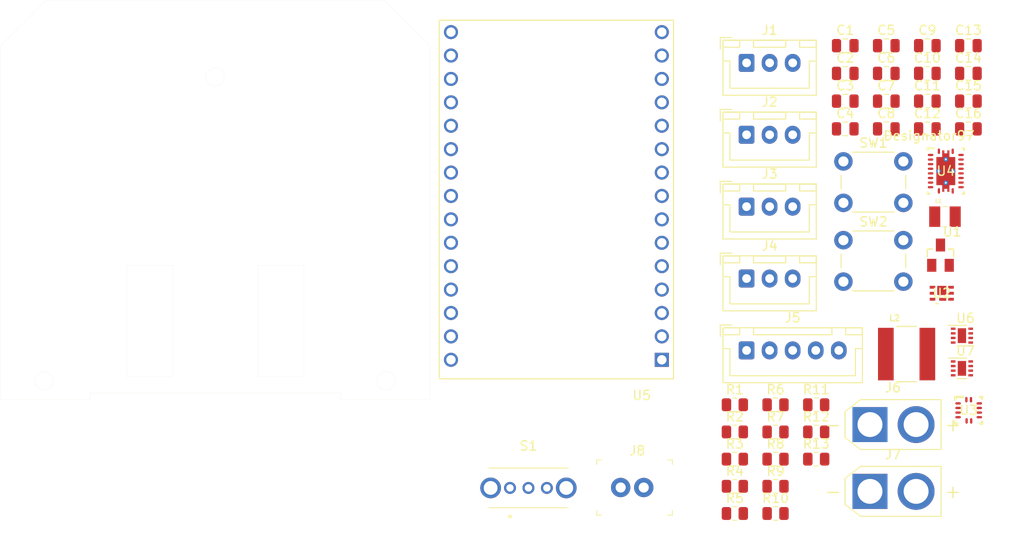
<source format=kicad_pcb>
(kicad_pcb (version 20221018) (generator pcbnew)
  (layers (0 "F.Cu" signal) (31 "B.Cu" signal) (34 "B.Paste" user) (35 "F.Paste" user) (36 "B.SilkS" user "B.Silkscreen") (37 "F.SilkS" user "F.Silkscreen") (38 "B.Mask" user) (39 "F.Mask" user) (44 "Edge.Cuts" user))
  (net 0 "")
  (net 1 "Net-(U2-S)")
  (net 2 "+3V8")
  (net 3 "GND")
  (net 4 "Net-(U3-SS)")
  (net 5 "Net-(U4-EN)")
  (net 6 "Net-(U4-COMP)")
  (net 7 "Net-(C7-Pad1)")
  (net 8 "Net-(U4-SS)")
  (net 9 "+3V3")
  (net 10 "Net-(U4-BOOT)")
  (net 11 "Net-(C11-Pad2)")
  (net 12 "+6V")
  (net 13 "+15V")
  (net 14 "GNDPWR")
  (net 15 "/PROX1")
  (net 16 "/PROX2")
  (net 17 "/PROX3")
  (net 18 "/SDB")
  (net 19 "/SCL")
  (net 20 "/SDA")
  (net 21 "Net-(J6-Pin_1)")
  (net 22 "Net-(J6-Pin_2)")
  (net 23 "Net-(J7-Pin_1)")
  (net 24 "Net-(J7-Pin_2)")
  (net 25 "Net-(R1-Pad1)")
  (net 26 "Net-(U2-G)")
  (net 27 "Net-(U4-ILIM)")
  (net 28 "Net-(U3-FB)")
  (net 29 "Net-(U3-PG)")
  (net 30 "Net-(U4-FB)")
  (net 31 "Net-(U4-FSW)")
  (net 32 "/SW2")
  (net 33 "/SW1")
  (net 34 "Net-(U6-~{SLEEP})")
  (net 35 "Net-(U7-~{SLEEP})")
  (net 36 "Net-(S1-COM)")
  (net 42 "Net-(U3-L1)")
  (net 43 "Net-(U3-L2)")
  (net 45 "/LINESEN")
  (net 50 "/M1IN1")
  (net 51 "/M1IN2")
  (net 52 "/M2IN1")
  (net 53 "/M2IN2")
  (footprint "Capacitor_SMD:C_0805_2012Metric" (layer "F.Cu") (at 218.32 136.64)
    (fp_text reference "C2" (at 0 -1.68) (layer "F.SilkS"))
    (fp_text value "10uF")
    (pad "1" smd roundrect (at -0.95 0) (size 1 1.45) (layers "F.Cu" "F.Paste" "F.Mask") (net 2 "+3V8"))
    (pad "2" smd roundrect (at 0.95 0) (size 1 1.45) (layers "F.Cu" "F.Paste" "F.Mask") (net 3 "GND"))
  )
  (footprint "Capacitor_SMD:C_0805_2012Metric" (layer "F.Cu") (at 231.67 133.63)
    (fp_text reference "C13" (at 0 -1.68) (layer "F.SilkS"))
    (fp_text value "0.1uF")
    (pad "1" smd roundrect (at -0.95 0) (size 1 1.45) (layers "F.Cu" "F.Paste" "F.Mask") (net 13 "+15V"))
    (pad "2" smd roundrect (at 0.95 0) (size 1 1.45) (layers "F.Cu" "F.Paste" "F.Mask") (net 14 "GNDPWR"))
  )
  (footprint "Capacitor_SMD:C_0805_2012Metric" (layer "F.Cu") (at 218.32 133.63)
    (fp_text reference "C1" (at 0 -1.68) (layer "F.SilkS"))
    (fp_text value "47uF")
    (pad "1" smd roundrect (at -0.95 0) (size 1 1.45) (layers "F.Cu" "F.Paste" "F.Mask") (net 2 "+3V8"))
    (pad "2" smd roundrect (at 0.95 0) (size 1 1.45) (layers "F.Cu" "F.Paste" "F.Mask") (net 3 "GND"))
  )
  (footprint "CVH252009_1R5M:INDC2520X100N" (layer "F.Cu") (at 229.128 152.188)
    (fp_text reference "L1" (at -0.71 -1.7) (layer "F.SilkS") (effects (font (size 0.393701 0.393701))))
    (fp_text value "CVH252009-1R5M")
    (pad "1" smd rect (at -1.11 0) (size 1.2 2.22) (layers "F.Cu" "F.Paste" "F.Mask") (net 42 "Net-(U3-L1)"))
    (pad "2" smd rect (at 1.11 0) (size 1.2 2.22) (layers "F.Cu" "F.Paste" "F.Mask") (net 43 "Net-(U3-L2)"))
  )
  (footprint "Capacitor_SMD:C_0805_2012Metric" (layer "F.Cu") (at 222.77 133.63)
    (fp_text reference "C5" (at 0 -1.68) (layer "F.SilkS"))
    (fp_text value "1uF")
    (pad "1" smd roundrect (at -0.95 0) (size 1 1.45) (layers "F.Cu" "F.Paste" "F.Mask") (net 5 "Net-(U4-EN)"))
    (pad "2" smd roundrect (at 0.95 0) (size 1 1.45) (layers "F.Cu" "F.Paste" "F.Mask") (net 3 "GND"))
  )
  (footprint "Capacitor_SMD:C_0805_2012Metric" (layer "F.Cu") (at 222.77 142.66)
    (fp_text reference "C8" (at 0 -1.68) (layer "F.SilkS"))
    (fp_text value "8.2nF")
    (pad "1" smd roundrect (at -0.95 0) (size 1 1.45) (layers "F.Cu" "F.Paste" "F.Mask") (net 8 "Net-(U4-SS)"))
    (pad "2" smd roundrect (at 0.95 0) (size 1 1.45) (layers "F.Cu" "F.Paste" "F.Mask") (net 3 "GND"))
  )
  (footprint "Connector_JST:JST_XH_B3B-XH-A_1x03_P2.50mm_Vertical" (layer "F.Cu") (at 207.62 135.5)
    (fp_text reference "J1" (at 2.5 -3.55) (layer "F.SilkS"))
    (fp_text value "Conn_01x03")
    (pad "1" thru_hole roundrect (at 0 0) (size 1.7 1.95) (drill 0.95) (layers "*.Cu" "*.Mask") (roundrect_rratio 0.147059) (net 9 "+3V3"))
    (pad "2" thru_hole oval (at 2.5 0) (size 1.7 1.95) (drill 0.95) (layers "*.Cu" "*.Mask") (net 15 "/PROX1"))
    (pad "3" thru_hole oval (at 5 0) (size 1.7 1.95) (drill 0.95) (layers "*.Cu" "*.Mask") (net 3 "GND"))
  )
  (footprint "Button_Switch_THT:SW_PUSH_6mm_H4.3mm" (layer "F.Cu") (at 218.12 146.19)
    (fp_text reference "SW1" (at 3.25 -2) (layer "F.SilkS"))
    (fp_text value "SPST")
    (pad "1" thru_hole circle (at 0 0 90) (size 2 2) (drill 1.1) (layers "*.Cu" "*.Mask") (net 2 "+3V8"))
    (pad "1" thru_hole circle (at 6.5 0 90) (size 2 2) (drill 1.1) (layers "*.Cu" "*.Mask") (net 2 "+3V8"))
    (pad "2" thru_hole circle (at 0 4.5 90) (size 2 2) (drill 1.1) (layers "*.Cu" "*.Mask") (net 33 "/SW1"))
    (pad "2" thru_hole circle (at 6.5 4.5 90) (size 2 2) (drill 1.1) (layers "*.Cu" "*.Mask") (net 33 "/SW1"))
  )
  (footprint "TPS63050RMWR:RMW0012A" (layer "F.Cu") (at 231.7 173.2)
    (fp_text reference "U3" (at 0 0 unlocked) (layer "F.SilkS"))
    (fp_text value "TPS63050RMWR")
    (pad "1" smd oval (at -1.15 -0.750001) (size 0.599999 0.249999) (layers "F.Cu" "F.Paste" "F.Mask") (net 42 "Net-(U3-L1)"))
    (pad "2" smd oval (at -1.15 -0.250002) (size 0.599999 0.249999) (layers "F.Cu" "F.Paste" "F.Mask") (net 3 "GND"))
    (pad "3" smd oval (at -1.15 0.25) (size 0.599999 0.249999) (layers "F.Cu" "F.Paste" "F.Mask") (net 43 "Net-(U3-L2)"))
    (pad "4" smd oval (at -1.15 0.749998) (size 0.599999 0.249999) (layers "F.Cu" "F.Paste" "F.Mask") (net 9 "+3V3"))
    (pad "5" smd oval (at -0.225001 1.149998 90) (size 0.599999 0.249999) (layers "F.Cu" "F.Paste" "F.Mask") (net 28 "Net-(U3-FB)"))
    (pad "6" smd oval (at 0.274998 1.149998 90) (size 0.599999 0.249999) (layers "F.Cu" "F.Paste" "F.Mask") (net 3 "GND"))
    (pad "7" smd oval (at 1.15 0.749998) (size 0.599999 0.249999) (layers "F.Cu" "F.Paste" "F.Mask") (net 4 "Net-(U3-SS)"))
    (pad "8" smd oval (at 1.15 0.25) (size 0.599999 0.249999) (layers "F.Cu" "F.Paste" "F.Mask") (net 29 "Net-(U3-PG)"))
    (pad "9" smd oval (at 1.15 -0.250002) (size 0.599999 0.249999) (layers "F.Cu" "F.Paste" "F.Mask") (net 3 "GND"))
    (pad "10" smd oval (at 1.15 -0.750001) (size 0.599999 0.249999) (layers "F.Cu" "F.Paste" "F.Mask") (net 2 "+3V8"))
    (pad "11" smd oval (at 0.249997 -1.15 90) (size 0.599999 0.249999) (layers "F.Cu" "F.Paste" "F.Mask") (net 2 "+3V8"))
    (pad "12" smd oval (at -0.250002 -1.15 90) (size 0.599999 0.249999) (layers "F.Cu" "F.Paste" "F.Mask") (net 2 "+3V8"))
  )
  (footprint "Resistor_SMD:R_0805_2012Metric" (layer "F.Cu") (at 210.76 178.5)
    (fp_text reference "R8" (at 0 -1.65) (layer "F.SilkS"))
    (fp_text value "118K")
    (pad "1" smd roundrect (at -0.9125 0) (size 1.025 1.4) (layers "F.Cu" "F.Paste" "F.Mask") (roundrect_rratio 0.243902) (net 30 "Net-(U4-FB)"))
    (pad "2" smd roundrect (at 0.9125 0) (size 1.025 1.4) (layers "F.Cu" "F.Paste" "F.Mask") (roundrect_rratio 0.243902) (net 3 "GND"))
  )
  (footprint "Connector_JST:JST_XH_B3B-XH-A_1x03_P2.50mm_Vertical" (layer "F.Cu") (at 207.62 143.3)
    (fp_text reference "J2" (at 2.5 -3.55) (layer "F.SilkS"))
    (fp_text value "Conn_01x03")
    (pad "1" thru_hole roundrect (at 0 0) (size 1.7 1.95) (drill 0.95) (layers "*.Cu" "*.Mask") (roundrect_rratio 0.147059) (net 9 "+3V3"))
    (pad "2" thru_hole oval (at 2.5 0) (size 1.7 1.95) (drill 0.95) (layers "*.Cu" "*.Mask") (net 16 "/PROX2"))
    (pad "3" thru_hole oval (at 5 0) (size 1.7 1.95) (drill 0.95) (layers "*.Cu" "*.Mask") (net 3 "GND"))
  )
  (footprint "Connector_JST:JST_XH_B3B-XH-A_1x03_P2.50mm_Vertical" (layer "F.Cu") (at 207.62 151.1)
    (fp_text reference "J3" (at 2.5 -3.55) (layer "F.SilkS"))
    (fp_text value "Conn_01x03")
    (pad "1" thru_hole roundrect (at 0 0) (size 1.7 1.95) (drill 0.95) (layers "*.Cu" "*.Mask") (roundrect_rratio 0.147059) (net 9 "+3V3"))
    (pad "2" thru_hole oval (at 2.5 0) (size 1.7 1.95) (drill 0.95) (layers "*.Cu" "*.Mask") (net 17 "/PROX3"))
    (pad "3" thru_hole oval (at 5 0) (size 1.7 1.95) (drill 0.95) (layers "*.Cu" "*.Mask") (net 3 "GND"))
  )
  (footprint "digikey-footprints:PinHeader_1x2_P2.5mm_Drill1.1mm" (layer "F.Cu") (at 193.97 181.58)
    (fp_text reference "J8" (at 1.8 -4) (layer "F.SilkS"))
    (fp_text value "BATT")
    (pad "1" thru_hole circle (at 0 0) (size 2.1 2.1) (drill 1.1) (layers "*.Cu" "*.Mask") (net 1 "Net-(U2-S)"))
    (pad "2" thru_hole circle (at 2.5 0) (size 2.1 2.1) (drill 1.1) (layers "*.Cu" "*.Mask") (net 2 "+3V8"))
  )
  (footprint "Capacitor_SMD:C_0805_2012Metric" (layer "F.Cu") (at 227.22 136.64)
    (fp_text reference "C10" (at 0 -1.68) (layer "F.SilkS"))
    (fp_text value "10uF")
    (pad "1" smd roundrect (at -0.95 0) (size 1 1.45) (layers "F.Cu" "F.Paste" "F.Mask") (net 9 "+3V3"))
    (pad "2" smd roundrect (at 0.95 0) (size 1 1.45) (layers "F.Cu" "F.Paste" "F.Mask") (net 3 "GND"))
  )
  (footprint "Resistor_SMD:R_0805_2012Metric" (layer "F.Cu") (at 210.76 181.45)
    (fp_text reference "R9" (at 0 -1.65) (layer "F.SilkS"))
    (fp_text value "267K")
    (pad "1" smd roundrect (at -0.9125 0) (size 1.025 1.4) (layers "F.Cu" "F.Paste" "F.Mask") (roundrect_rratio 0.243902) (net 11 "Net-(C11-Pad2)"))
    (pad "2" smd roundrect (at 0.9125 0) (size 1.025 1.4) (layers "F.Cu" "F.Paste" "F.Mask") (roundrect_rratio 0.243902) (net 31 "Net-(U4-FSW)"))
  )
  (footprint "Capacitor_SMD:C_0805_2012Metric" (layer "F.Cu") (at 218.32 139.65)
    (fp_text reference "C3" (at 0 -1.68) (layer "F.SilkS"))
    (fp_text value "100nF")
    (pad "1" smd roundrect (at -0.95 0) (size 1 1.45) (layers "F.Cu" "F.Paste" "F.Mask") (net 2 "+3V8"))
    (pad "2" smd roundrect (at 0.95 0) (size 1 1.45) (layers "F.Cu" "F.Paste" "F.Mask") (net 3 "GND"))
  )
  (footprint "Capacitor_SMD:C_0805_2012Metric" (layer "F.Cu") (at 222.77 136.64)
    (fp_text reference "C6" (at 0 -1.68) (layer "F.SilkS"))
    (fp_text value "180pF")
    (pad "1" smd roundrect (at -0.95 0) (size 1 1.45) (layers "F.Cu" "F.Paste" "F.Mask") (net 6 "Net-(U4-COMP)"))
    (pad "2" smd roundrect (at 0.95 0) (size 1 1.45) (layers "F.Cu" "F.Paste" "F.Mask") (net 3 "GND"))
  )
  (footprint "Connector_AMASS:AMASS_XT30U-F_1x02_P5.0mm_Vertical" (layer "F.Cu") (at 221 182)
    (fp_text reference "J7" (at 2.5 -4) (layer "F.SilkS"))
    (fp_text value "Motor 2")
    (fp_text user "-" (at -4 0) (layer "F.SilkS") (effects (font (size 1.5 1.5))))
    (fp_text user "+" (at 9 0) (layer "F.SilkS") (effects (font (size 1.5 1.5))))
    (pad "1" thru_hole rect (at 0 0) (size 3.8 3.8) (drill 2.7) (layers "*.Cu" "*.Mask") (net 23 "Net-(J7-Pin_1)"))
    (pad "2" thru_hole circle (at 5 0) (size 4 4) (drill 2.7) (layers "*.Cu" "*.Mask") (net 24 "Net-(J7-Pin_2)"))
  )
  (footprint "CSD13202Q2:DQK6_TEX" (layer "F.Cu") (at 228.7833 160.4985)
    (fp_text reference "U2" (at 0 0 unlocked) (layer "F.SilkS"))
    (fp_text value "CSD13202Q2")
    (pad "1" smd rect (at -1.0033 -0.649999) (size 0.6096 0.3048) (layers "F.Cu" "F.Paste" "F.Mask") (net 3 "GND"))
    (pad "2" smd rect (at -1.0033 0) (size 0.6096 0.3048) (layers "F.Cu" "F.Paste" "F.Mask") (net 3 "GND"))
    (pad "3" smd rect (at -1.0033 0.649999) (size 0.6096 0.3048) (layers "F.Cu" "F.Paste" "F.Mask") (net 26 "Net-(U2-G)"))
    (pad "4" smd rect (at 1.0033 0.649999) (size 0.6096 0.3048) (layers "F.Cu" "F.Paste" "F.Mask") (net 1 "Net-(U2-S)"))
    (pad "5" smd rect (at 1.0033 0) (size 0.6096 0.3048) (layers "F.Cu" "F.Paste" "F.Mask") (net 3 "GND"))
    (pad "6" smd rect (at 1.0033 -0.649999) (size 0.6096 0.3048) (layers "F.Cu" "F.Paste" "F.Mask") (net 3 "GND"))
    (pad "7" smd rect (at 0 -0.3048) (size 0.9906 0.9906) (layers "F.Cu" "F.Paste" "F.Mask"))
    (pad "8" smd rect (at 0.1016 0.6604) (size 0.762 0.3048) (layers "F.Cu" "F.Mask"))
  )
  (footprint "BZX84B3V3-7-F:SOT23" (layer "F.Cu") (at 228.6436 156.365)
    (fp_text reference "U1" (at 1.27 -2.54) (layer "F.SilkS"))
    (fp_text value "BZX84-B3V0_215")
    (pad "1" smd rect (at -0.95 1.1) (size 1 1.4) (layers "F.Cu" "F.Paste" "F.Mask") (net 25 "Net-(R1-Pad1)"))
    (pad "2" smd rect (at 0.95 1.1) (size 1 1.4) (layers "F.Cu" "F.Paste" "F.Mask"))
    (pad "3" smd rect (at 0 -1.1) (size 1 1.4) (layers "F.Cu" "F.Paste" "F.Mask") (net 36 "Net-(S1-COM)"))
  )
  (footprint "Capacitor_SMD:C_0805_2012Metric" (layer "F.Cu") (at 231.67 136.64)
    (fp_text reference "C14" (at 0 -1.68) (layer "F.SilkS"))
    (fp_text value "0.1uF")
    (pad "1" smd roundrect (at -0.95 0) (size 1 1.45) (layers "F.Cu" "F.Paste" "F.Mask") (net 9 "+3V3"))
    (pad "2" smd roundrect (at 0.95 0) (size 1 1.45) (layers "F.Cu" "F.Paste" "F.Mask") (net 14 "GNDPWR"))
  )
  (footprint "OS102011MS2QS1:OS102011MS2QS1" (layer "F.Cu") (at 181.97 181.625)
    (fp_text reference "S1" (at 2 -4.555) (layer "F.SilkS"))
    (fp_text value "OS102011MS2QS1")
    (pad "1" thru_hole circle (at 0 0) (size 1.3 1.3) (drill 0.8) (layers "*.Cu" "*.Mask") (net 2 "+3V8"))
    (pad "2" thru_hole circle (at 2 0) (size 1.3 1.3) (drill 0.8) (layers "*.Cu" "*.Mask") (net 36 "Net-(S1-COM)"))
    (pad "3" thru_hole circle (at 4 0) (size 1.3 1.3) (drill 0.8) (layers "*.Cu" "*.Mask"))
    (pad "MH1" thru_hole circle (at -2.1 0) (size 2.25 2.25) (drill 1.5) (layers "*.Cu" "*.Mask"))
    (pad "MH2" thru_hole circle (at 6.1 0) (size 2.25 2.25) (drill 1.5) (layers "*.Cu" "*.Mask"))
  )
  (footprint "Resistor_SMD:R_0805_2012Metric" (layer "F.Cu") (at 206.35 178.5)
    (fp_text reference "R3" (at 0 -1.65) (layer "F.SilkS"))
    (fp_text value "154K")
    (pad "1" smd roundrect (at -0.9125 0) (size 1.025 1.4) (layers "F.Cu" "F.Paste" "F.Mask") (roundrect_rratio 0.243902) (net 27 "Net-(U4-ILIM)"))
    (pad "2" smd roundrect (at 0.9125 0) (size 1.025 1.4) (layers "F.Cu" "F.Paste" "F.Mask") (roundrect_rratio 0.243902) (net 3 "GND"))
  )
  (footprint "ASPI-6045S-2R7N-T:IND_ASPI-6045S-2R7N-T" (layer "F.Cu") (at 224.97 167.1)
    (fp_text reference "L2" (at -1.318 -3.9064) (layer "F.SilkS") (effects (font (size 0.64 0.64))))
    (fp_text value "ASPI-6045S-2R7N-T")
    (pad "1" smd rect (at -2.25 0) (size 1.7 5.7) (layers "F.Cu" "F.Paste" "F.Mask") (net 2 "+3V8"))
    (pad "2" smd rect (at 2.25 0) (size 1.7 5.7) (layers "F.Cu" "F.Paste" "F.Mask") (net 11 "Net-(C11-Pad2)"))
  )
  (footprint "Resistor_SMD:R_0805_2012Metric" (layer "F.Cu") (at 210.76 184.4)
    (fp_text reference "R10" (at 0 -1.65) (layer "F.SilkS"))
    (fp_text value "10K")
    (pad "1" smd roundrect (at -0.9125 0) (size 1.025 1.4) (layers "F.Cu" "F.Paste" "F.Mask") (roundrect_rratio 0.243902) (net 32 "/SW2"))
    (pad "2" smd roundrect (at 0.9125 0) (size 1.025 1.4) (layers "F.Cu" "F.Paste" "F.Mask") (roundrect_rratio 0.243902) (net 3 "GND"))
  )
  (footprint "Resistor_SMD:R_0805_2012Metric" (layer "F.Cu") (at 215.17 178.5)
    (fp_text reference "R13" (at 0 -1.65) (layer "F.SilkS"))
    (fp_text value "100R")
    (pad "1" smd roundrect (at -0.9125 0) (size 1.025 1.4) (layers "F.Cu" "F.Paste" "F.Mask") (roundrect_rratio 0.243902) (net 9 "+3V3"))
    (pad "2" smd roundrect (at 0.9125 0) (size 1.025 1.4) (layers "F.Cu" "F.Paste" "F.Mask") (roundrect_rratio 0.243902) (net 35 "Net-(U7-~{SLEEP})"))
  )
  (footprint "Resistor_SMD:R_0805_2012Metric" (layer "F.Cu") (at 206.35 184.4)
    (fp_text reference "R5" (at 0 -1.65) (layer "F.SilkS"))
    (fp_text value "180K")
    (pad "1" smd roundrect (at -0.9125 0) (size 1.025 1.4) (layers "F.Cu" "F.Paste" "F.Mask") (roundrect_rratio 0.243902) (net 28 "Net-(U3-FB)"))
    (pad "2" smd roundrect (at 0.9125 0) (size 1.025 1.4) (layers "F.Cu" "F.Paste" "F.Mask") (roundrect_rratio 0.243902) (net 3 "GND"))
  )
  (footprint "Capacitor_SMD:C_0805_2012Metric" (layer "F.Cu") (at 227.22 133.63)
    (fp_text reference "C9" (at 0 -1.68) (layer "F.SilkS"))
    (fp_text value "10uF")
    (pad "1" smd roundrect (at -0.95 0) (size 1 1.45) (layers "F.Cu" "F.Paste" "F.Mask") (net 9 "+3V3"))
    (pad "2" smd roundrect (at 0.95 0) (size 1 1.45) (layers "F.Cu" "F.Paste" "F.Mask") (net 3 "GND"))
  )
  (footprint "Button_Switch_THT:SW_PUSH_6mm_H4.3mm" (layer "F.Cu") (at 218.12 154.74)
    (fp_text reference "SW2" (at 3.25 -2) (layer "F.SilkS"))
    (fp_text value "SPST")
    (pad "1" thru_hole circle (at 0 0 90) (size 2 2) (drill 1.1) (layers "*.Cu" "*.Mask") (net 2 "+3V8"))
    (pad "1" thru_hole circle (at 6.5 0 90) (size 2 2) (drill 1.1) (layers "*.Cu" "*.Mask") (net 2 "+3V8"))
    (pad "2" thru_hole circle (at 0 4.5 90) (size 2 2) (drill 1.1) (layers "*.Cu" "*.Mask") (net 32 "/SW2"))
    (pad "2" thru_hole circle (at 6.5 4.5 90) (size 2 2) (drill 1.1) (layers "*.Cu" "*.Mask") (net 32 "/SW2"))
  )
  (footprint "Package_SON:WSON-8-1EP_2x2mm_P0.5mm_EP0.9x1.6mm" (layer "F.Cu") (at 230.97 168.65)
    (fp_text reference "U7" (at 0.38 -1.9) (layer "F.SilkS"))
    (fp_text value "DRV8837")
    (pad "1" smd rect (at -0.95 -0.75) (size 0.5 0.25) (layers "F.Cu" "F.Paste" "F.Mask") (net 13 "+15V"))
    (pad "2" smd rect (at -0.95 -0.25) (size 0.5 0.25) (layers "F.Cu" "F.Paste" "F.Mask") (net 23 "Net-(J7-Pin_1)"))
    (pad "3" smd rect (at -0.95 0.25) (size 0.5 0.25) (layers "F.Cu" "F.Paste" "F.Mask") (net 24 "Net-(J7-Pin_2)"))
    (pad "4" smd rect (at -0.95 0.75) (size 0.5 0.25) (layers "F.Cu" "F.Paste" "F.Mask") (net 14 "GNDPWR"))
    (pad "5" smd rect (at 0.95 0.75) (size 0.5 0.25) (layers "F.Cu" "F.Paste" "F.Mask") (net 53 "/M2IN2"))
    (pad "6" smd rect (at 0.95 0.25) (size 0.5 0.25) (layers "F.Cu" "F.Paste" "F.Mask") (net 52 "/M2IN1"))
    (pad "7" smd rect (at 0.95 -0.25) (size 0.5 0.25) (layers "F.Cu" "F.Paste" "F.Mask") (net 35 "Net-(U7-~{SLEEP})"))
    (pad "8" smd rect (at 0.95 -0.75) (size 0.5 0.25) (layers "F.Cu" "F.Paste" "F.Mask") (net 9 "+3V3"))
    (pad "9" smd rect (at 0 0) (size 0.9 1.6) (layers "F.Cu" "F.Mask") (net 14 "GNDPWR"))
  )
  (footprint "Capacitor_SMD:C_0805_2012Metric" (layer "F.Cu") (at 231.67 142.66)
    (fp_text reference "C16" (at 0 -1.68) (layer "F.SilkS"))
    (fp_text value "0.1uF")
    (pad "1" smd roundrect (at -0.95 0) (size 1 1.45) (layers "F.Cu" "F.Paste" "F.Mask") (net 9 "+3V3"))
    (pad "2" smd roundrect (at 0.95 0) (size 1 1.45) (layers "F.Cu" "F.Paste" "F.Mask") (net 14 "GNDPWR"))
  )
  (footprint "Resistor_SMD:R_0805_2012Metric" (layer "F.Cu") (at 206.35 181.45)
    (fp_text reference "R4" (at 0 -1.65) (layer "F.SilkS"))
    (fp_text value "562K")
    (pad "1" smd roundrect (at -0.9125 0) (size 1.025 1.4) (layers "F.Cu" "F.Paste" "F.Mask") (roundrect_rratio 0.243902) (net 9 "+3V3"))
    (pad "2" smd roundrect (at 0.9125 0) (size 1.025 1.4) (layers "F.Cu" "F.Paste" "F.Mask") (roundrect_rratio 0.243902) (net 28 "Net-(U3-FB)"))
  )
  (footprint "Resistor_SMD:R_0805_2012Metric" (layer "F.Cu") (at 215.17 172.6)
    (fp_text reference "R11" (at 0 -1.65) (layer "F.SilkS"))
    (fp_text value "10K")
    (pad "1" smd roundrect (at -0.9125 0) (size 1.025 1.4) (layers "F.Cu" "F.Paste" "F.Mask") (roundrect_rratio 0.243902) (net 33 "/SW1"))
    (pad "2" smd roundrect (at 0.9125 0) (size 1.025 1.4) (layers "F.Cu" "F.Paste" "F.Mask") (roundrect_rratio 0.243902) (net 3 "GND"))
  )
  (footprint "Connector_JST:JST_XH_B3B-XH-A_1x03_P2.50mm_Vertical" (layer "F.Cu") (at 207.62 158.9)
    (fp_text reference "J4" (at 2.5 -3.55) (layer "F.SilkS"))
    (fp_text value "Conn_01x03")
    (pad "1" thru_hole roundrect (at 0 0) (size 1.7 1.95) (drill 0.95) (layers "*.Cu" "*.Mask") (roundrect_rratio 0.147059) (net 9 "+3V3"))
    (pad "2" thru_hole oval (at 2.5 0) (size 1.7 1.95) (drill 0.95) (layers "*.Cu" "*.Mask") (net 45 "/LINESEN"))
    (pad "3" thru_hole oval (at 5 0) (size 1.7 1.95) (drill 0.95) (layers "*.Cu" "*.Mask") (net 3 "GND"))
  )
  (footprint "Capacitor_SMD:C_0805_2012Metric" (layer "F.Cu") (at 231.67 139.65)
    (fp_text reference "C15" (at 0 -1.68) (layer "F.SilkS"))
    (fp_text value "0.1uF")
    (pad "1" smd roundrect (at -0.95 0) (size 1 1.45) (layers "F.Cu" "F.Paste" "F.Mask") (net 13 "+15V"))
    (pad "2" smd roundrect (at 0.95 0) (size 1 1.45) (layers "F.Cu" "F.Paste" "F.Mask") (net 14 "GNDPWR"))
  )
  (footprint "TPS61088RHLR:RHL0020A" (layer "F.Cu") (at 229.220081 147.23992)
    (fp_text reference "U4" (at 0 0 unlocked) (layer "F.SilkS"))
    (fp_text value "TPS61088RHLR")
    (fp_text user "Designator97" (at -1.8288 -3.8354 unlocked) (layer "F.SilkS"))
    (fp_poly (pts (xy 0.160078 -2.249998) (xy 0.160081 -1.924924) (xy -0.159918 -1.924924) (xy -0.159921 -2.249996) (xy -0.38992 -2.249996) (xy -0.389918 -1.524925) (xy -1.024918 -1.524925) (xy -1.024918 1.525082) (xy -0.389918 1.525082) (xy -0.38992 2.250003) (xy -0.159921 2.250003) (xy -0.159918 1.925081) (xy 0.160081 1.925081) (xy 0.160078 2.250006) (xy 0.390078 2.250006) (xy 0.390081 1.525082) (xy 1.025081 1.525082) (xy 1.025081 -1.524925) (xy 0.390081 -1.524925) (xy 0.390078 -2.249998)) (fill solid) (layer "F.Cu"))
    (pad "1" smd oval (at -0.74992 -2.150001) (size 0.24 0.599999) (layers "F.Cu" "F.Paste" "F.Mask") (net 5 "Net-(U4-EN)"))
    (pad "2" smd oval (at -1.649999 -1.74992 90) (size 0.24 0.599999) (layers "F.Cu" "F.Paste" "F.Mask") (net 5 "Net-(U4-EN)"))
    (pad "3" smd oval (at -1.649999 -1.249921 90) (size 0.24 0.599999) (layers "F.Cu" "F.Paste" "F.Mask") (net 31 "Net-(U4-FSW)"))
    (pad "4" smd oval (at -1.649999 -0.74992 90) (size 0.24 0.599999) (layers "F.Cu" "F.Paste" "F.Mask") (net 11 "Net-(C11-Pad2)"))
    (pad "5" smd oval (at -1.649999 -0.249921 90) (size 0.24 0.599999) (layers "F.Cu" "F.Paste" "F.Mask") (net 11 "Net-(C11-Pad2)"))
    (pad "6" smd oval (at -1.649999 0.250078 90) (size 0.24 0.599999) (layers "F.Cu" "F.Paste" "F.Mask") (net 11 "Net-(C11-Pad2)"))
    (pad "7" smd oval (at -1.649999 0.75008 90) (size 0.24 0.599999) (layers "F.Cu" "F.Paste" "F.Mask") (net 11 "Net-(C11-Pad2)"))
    (pad "8" smd oval (at -1.649999 1.250079 90) (size 0.24 0.599999) (layers "F.Cu" "F.Paste" "F.Mask") (net 10 "Net-(U4-BOOT)"))
    (pad "9" smd oval (at -1.649999 1.75008 90) (size 0.24 0.599999) (layers "F.Cu" "F.Paste" "F.Mask") (net 2 "+3V8"))
    (pad "10" smd oval (at -0.74992 2.150001) (size 0.24 0.599999) (layers "F.Cu" "F.Paste" "F.Mask") (net 8 "Net-(U4-SS)"))
    (pad "11" smd oval (at 0.750082 2.150001) (size 0.24 0.599999) (layers "F.Cu" "F.Paste" "F.Mask") (net 3 "GND"))
    (pad "12" smd oval (at 1.649999 1.75008 90) (size 0.24 0.599999) (layers "F.Cu" "F.Paste" "F.Mask") (net 3 "GND"))
    (pad "13" smd oval (at 1.649999 1.250079 90) (size 0.24 0.599999) (layers "F.Cu" "F.Paste" "F.Mask"))
    (pad "14" smd oval (at 1.649999 0.75008 90) (size 0.24 0.599999) (layers "F.Cu" "F.Paste" "F.Mask") (net 12 "+6V"))
    (pad "15" smd oval (at 1.649999 0.250078 90) (size 0.24 0.599999) (layers "F.Cu" "F.Paste" "F.Mask") (net 12 "+6V"))
    (pad "16" smd oval (at 1.649999 -0.249921 90) (size 0.24 0.599999) (layers "F.Cu" "F.Paste" "F.Mask") (net 12 "+6V"))
    (pad "17" smd oval (at 1.649999 -0.74992 90) (size 0.24 0.599999) (layers "F.Cu" "F.Paste" "F.Mask") (net 30 "Net-(U4-FB)"))
    (pad "18" smd oval (at 1.649999 -1.249921 90) (size 0.24 0.599999) (layers "F.Cu" "F.Paste" "F.Mask") (net 6 "Net-(U4-COMP)"))
    (pad "19" smd oval (at 1.649999 -1.74992 90) (size 0.24 0.599999) (layers "F.Cu" "F.Paste" "F.Mask") (net 27 "Net-(U4-ILIM)"))
    (pad "20" smd oval (at 0.750082 -2.150001) (size 0.24 0.599999) (layers "F.Cu" "F.Paste" "F.Mask") (net 3 "GND"))
    (pad "21" smd rect (at 0.000081 0.000079 90) (size 0.299999 0.299999) (layers "F.Cu" "F.Mask") (net 3 "GND"))
    (pad "V" thru_hole circle (at -0.775 0.000079) (size 0.499999 0.499999) (drill 0.2032) (layers "*.Cu" "*.Mask"))
    (pad "V" thru_hole circle (at 0 -1.275001) (size 0.499999 0.499999) (drill 0.2032) (layers "*.Cu" "*.Mask"))
    (pad "V" thru_hole circle (at 0 1.275001) (size 0.499999 0.499999) (drill 0.2032) (layers "*.Cu" "*.Mask"))
    (pad "V" thru_hole circle (at 0.775 0.000079) (size 0.499999 0.499999) (drill 0.2032) (layers "*.Cu" "*.Mask"))
  )
  (footprint "Connector_JST:JST_XH_B5B-XH-A_1x05_P2.50mm_Vertical" (layer "F.Cu") (at 207.62 166.7)
    (fp_text reference "J5" (at 5 -3.55) (layer "F.SilkS"))
    (fp_text value "Conn_01x05")
    (pad "1" thru_hole roundrect (at 0 0) (size 1.7 1.95) (drill 0.95) (layers "*.Cu" "*.Mask") (roundrect_rratio 0.147059) (net 9 "+3V3"))
    (pad "2" thru_hole oval (at 2.5 0) (size 1.7 1.95) (drill 0.95) (layers "*.Cu" "*.Mask") (net 20 "/SDA"))
    (pad "3" thru_hole oval (at 5 0) (size 1.7 1.95) (drill 0.95) (layers "*.Cu" "*.Mask") (net 19 "/SCL"))
    (pad "4" thru_hole oval (at 7.5 0) (size 1.7 1.95) (drill 0.95) (layers "*.Cu" "*.Mask") (net 18 "/SDB"))
    (pad "5" thru_hole oval (at 10 0) (size 1.7 1.95) (drill 0.95) (layers "*.Cu" "*.Mask") (net 3 "GND"))
  )
  (footprint "ESP8684-DevKitM-1:ESP8684-DevKitM-1" (layer "F.Cu") (at 187 150.3261 180)
    (fp_text reference "U5" (at -9.25 -21.25) (layer "F.SilkS"))
    (fp_text value "ESP8684-DevKitM-1")
    (pad "1" thru_hole rect (at -11.43 -17.395 180) (size 1.53 1.53) (drill 1.02) (layers "*.Cu" "*.Mask") (net 3 "GND"))
    (pad "2" thru_hole circle (at -11.43 -14.855 180) (size 1.53 1.53) (drill 1.02) (layers "*.Cu" "*.Mask") (net 9 "+3V3"))
    (pad "3" thru_hole circle (at -11.43 -12.315 180) (size 1.53 1.53) (drill 1.02) (layers "*.Cu" "*.Mask") (net 9 "+3V3"))
    (pad "4" thru_hole circle (at -11.43 -9.775 180) (size 1.53 1.53) (drill 1.02) (layers "*.Cu" "*.Mask") (net 16 "/PROX2"))
    (pad "5" thru_hole circle (at -11.43 -7.235 180) (size 1.53 1.53) (drill 1.02) (layers "*.Cu" "*.Mask") (net 15 "/PROX1"))
    (pad "6" thru_hole circle (at -11.43 -4.695 180) (size 1.53 1.53) (drill 1.02) (layers "*.Cu" "*.Mask") (net 3 "GND"))
    (pad "7" thru_hole circle (at -11.43 -2.155 180) (size 1.53 1.53) (drill 1.02) (layers "*.Cu" "*.Mask"))
    (pad "8" thru_hole circle (at -11.43 0.385 180) (size 1.53 1.53) (drill 1.02) (layers "*.Cu" "*.Mask") (net 3 "GND"))
    (pad "9" thru_hole circle (at -11.43 2.925 180) (size 1.53 1.53) (drill 1.02) (layers "*.Cu" "*.Mask") (net 17 "/PROX3"))
    (pad "10" thru_hole circle (at -11.43 5.465 180) (size 1.53 1.53) (drill 1.02) (layers "*.Cu" "*.Mask") (net 45 "/LINESEN"))
    (pad "11" thru_hole circle (at -11.43 8.005 180) (size 1.53 1.53) (drill 1.02) (layers "*.Cu" "*.Mask"))
    (pad "12" thru_hole circle (at -11.43 10.545 180) (size 1.53 1.53) (drill 1.02) (layers "*.Cu" "*.Mask") (net 3 "GND"))
    (pad "13" thru_hole circle (at -11.43 13.085 180) (size 1.53 1.53) (drill 1.02) (layers "*.Cu" "*.Mask"))
    (pad "14" thru_hole circle (at -11.43 15.625 180) (size 1.53 1.53) (drill 1.02) (layers "*.Cu" "*.Mask"))
    (pad "15" thru_hole circle (at -11.43 18.165 180) (size 1.53 1.53) (drill 1.02) (layers "*.Cu" "*.Mask") (net 3 "GND"))
    (pad "16" thru_hole circle (at 11.43 18.165 180) (size 1.53 1.53) (drill 1.02) (layers "*.Cu" "*.Mask") (net 3 "GND"))
    (pad "17" thru_hole circle (at 11.43 15.625 180) (size 1.53 1.53) (drill 1.02) (layers "*.Cu" "*.Mask") (net 3 "GND"))
    (pad "18" thru_hole circle (at 11.43 13.085 180) (size 1.53 1.53) (drill 1.02) (layers "*.Cu" "*.Mask") (net 18 "/SDB"))
    (pad "19" thru_hole circle (at 11.43 10.545 180) (size 1.53 1.53) (drill 1.02) (layers "*.Cu" "*.Mask") (net 3 "GND"))
    (pad "20" thru_hole circle (at 11.43 8.005 180) (size 1.53 1.53) (drill 1.02) (layers "*.Cu" "*.Mask") (net 53 "/M2IN2"))
    (pad "21" thru_hole circle (at 11.43 5.465 180) (size 1.53 1.53) (drill 1.02) (layers "*.Cu" "*.Mask") (net 52 "/M2IN1"))
    (pad "22" thru_hole circle (at 11.43 2.925 180) (size 1.53 1.53) (drill 1.02) (layers "*.Cu" "*.Mask") (net 51 "/M1IN2"))
    (pad "23" thru_hole circle (at 11.43 0.385 180) (size 1.53 1.53) (drill 1.02) (layers "*.Cu" "*.Mask") (net 50 "/M1IN1"))
    (pad "24" thru_hole circle (at 11.43 -2.155 180) (size 1.53 1.53) (drill 1.02) (layers "*.Cu" "*.Mask") (net 3 "GND"))
    (pad "25" thru_hole circle (at 11.43 -4.695 180) (size 1.53 1.53) (drill 1.02) (layers "*.Cu" "*.Mask") (net 32 "/SW2"))
    (pad "26" thru_hole circle (at 11.43 -7.235 180) (size 1.53 1.53) (drill 1.02) (layers "*.Cu" "*.Mask") (net 33 "/SW1"))
    (pad "27" thru_hole circle (at 11.43 -9.775 180) (size 1.53 1.53) (drill 1.02) (layers "*.Cu" "*.Mask") (net 3 "GND"))
    (pad "28" thru_hole circle (at 11.43 -12.315 180) (size 1.53 1.53) (drill 1.02) (layers "*.Cu" "*.Mask") (net 19 "/SCL"))
    (pad "29" thru_hole circle (at 11.43 -14.855 180) (size 1.53 1.53) (drill 1.02) (layers "*.Cu" "*.Mask") (net 20 "/SDA"))
    (pad "30" thru_hole circle (at 11.43 -17.395 180) (size 1.53 1.53) (drill 1.02) (layers "*.Cu" "*.Mask") (net 3 "GND"))
  )
  (footprint "Resistor_SMD:R_0805_2012Metric" (layer "F.Cu") (at 215.17 175.55)
    (fp_text reference "R12" (at 0 -1.65) (layer "F.SilkS"))
    (fp_text value "100R")
    (pad "1" smd roundrect (at -0.9125 0) (size 1.025 1.4) (layers "F.Cu" "F.Paste" "F.Mask") (roundrect_rratio 0.243902) (net 9 "+3V3"))
    (pad "2" smd roundrect (at 0.9125 0) (size 1.025 1.4) (layers "F.Cu" "F.Paste" "F.Mask") (roundrect_rratio 0.243902) (net 34 "Net-(U6-~{SLEEP})"))
  )
  (footprint "Resistor_SMD:R_0805_2012Metric" (layer "F.Cu") (at 210.76 172.6)
    (fp_text reference "R6" (at 0 -1.65) (layer "F.SilkS"))
    (fp_text value "100K")
    (pad "1" smd roundrect (at -0.9125 0) (size 1.025 1.4) (layers "F.Cu" "F.Paste" "F.Mask") (roundrect_rratio 0.243902) (net 9 "+3V3"))
    (pad "2" smd roundrect (at 0.9125 0) (size 1.025 1.4) (layers "F.Cu" "F.Paste" "F.Mask") (roundrect_rratio 0.243902) (net 29 "Net-(U3-PG)"))
  )
  (footprint "Package_SON:WSON-8-1EP_2x2mm_P0.5mm_EP0.9x1.6mm" (layer "F.Cu") (at 230.97 165.1)
    (fp_text reference "U6" (at 0.38 -1.9) (layer "F.SilkS"))
    (fp_text value "DRV8837")
    (pad "1" smd rect (at -0.95 -0.75) (size 0.5 0.25) (layers "F.Cu" "F.Paste" "F.Mask") (net 13 "+15V"))
    (pad "2" smd rect (at -0.95 -0.25) (size 0.5 0.25) (layers "F.Cu" "F.Paste" "F.Mask") (net 21 "Net-(J6-Pin_1)"))
    (pad "3" smd rect (at -0.95 0.25) (size 0.5 0.25) (layers "F.Cu" "F.Paste" "F.Mask") (net 22 "Net-(J6-Pin_2)"))
    (pad "4" smd rect (at -0.95 0.75) (size 0.5 0.25) (layers "F.Cu" "F.Paste" "F.Mask") (net 14 "GNDPWR"))
    (pad "5" smd rect (at 0.95 0.75) (size 0.5 0.25) (layers "F.Cu" "F.Paste" "F.Mask") (net 51 "/M1IN2"))
    (pad "6" smd rect (at 0.95 0.25) (size 0.5 0.25) (layers "F.Cu" "F.Paste" "F.Mask") (net 50 "/M1IN1"))
    (pad "7" smd rect (at 0.95 -0.25) (size 0.5 0.25) (layers "F.Cu" "F.Paste" "F.Mask") (net 34 "Net-(U6-~{SLEEP})"))
    (pad "8" smd rect (at 0.95 -0.75) (size 0.5 0.25) (layers "F.Cu" "F.Paste" "F.Mask") (net 9 "+3V3"))
    (pad "9" smd rect (at 0 0) (size 0.9 1.6) (layers "F.Cu" "F.Mask") (net 14 "GNDPWR"))
  )
  (footprint "Capacitor_SMD:C_0805_2012Metric" (layer "F.Cu") (at 222.77 139.65)
    (fp_text reference "C7" (at 0 -1.68) (layer "F.SilkS"))
    (fp_text value "3.3nF")
    (pad "1" smd roundrect (at -0.95 0) (size 1 1.45) (layers "F.Cu" "F.Paste" "F.Mask") (net 7 "Net-(C7-Pad1)"))
    (pad "2" smd roundrect (at 0.95 0) (size 1 1.45) (layers "F.Cu" "F.Paste" "F.Mask") (net 3 "GND"))
  )
  (footprint "Capacitor_SMD:C_0805_2012Metric" (layer "F.Cu") (at 218.32 142.66)
    (fp_text reference "C4" (at 0 -1.68) (layer "F.SilkS"))
    (fp_text value "4.7nF")
    (pad "1" smd roundrect (at -0.95 0) (size 1 1.45) (layers "F.Cu" "F.Paste" "F.Mask") (net 4 "Net-(U3-SS)"))
    (pad "2" smd roundrect (at 0.95 0) (size 1 1.45) (layers "F.Cu" "F.Paste" "F.Mask") (net 3 "GND"))
  )
  (footprint "Resistor_SMD:R_0805_2012Metric" (layer "F.Cu") (at 206.35 172.6)
    (fp_text reference "R1" (at 0 -1.65) (layer "F.SilkS"))
    (fp_text value "100R")
    (pad "1" smd roundrect (at -0.9125 0) (size 1.025 1.4) (layers "F.Cu" "F.Paste" "F.Mask") (roundrect_rratio 0.243902) (net 25 "Net-(R1-Pad1)"))
    (pad "2" smd roundrect (at 0.9125 0) (size 1.025 1.4) (layers "F.Cu" "F.Paste" "F.Mask") (roundrect_rratio 0.243902) (net 26 "Net-(U2-G)"))
  )
  (footprint "Connector_AMASS:AMASS_XT30U-F_1x02_P5.0mm_Vertical" (layer "F.Cu") (at 221 174.75)
    (fp_text reference "J6" (at 2.5 -4) (layer "F.SilkS"))
    (fp_text value "Motor 1")
    (fp_text user "-" (at -4 0) (layer "F.SilkS") (effects (font (size 1.5 1.5))))
    (fp_text user "+" (at 9 0) (layer "F.SilkS") (effects (font (size 1.5 1.5))))
    (pad "1" thru_hole rect (at 0 0) (size 3.8 3.8) (drill 2.7) (layers "*.Cu" "*.Mask") (net 21 "Net-(J6-Pin_1)"))
    (pad "2" thru_hole circle (at 5 0) (size 4 4) (drill 2.7) (layers "*.Cu" "*.Mask") (net 22 "Net-(J6-Pin_2)"))
  )
  (footprint "Resistor_SMD:R_0805_2012Metric" (layer "F.Cu") (at 210.76 175.55)
    (fp_text reference "R7" (at 0 -1.65) (layer "F.SilkS"))
    (fp_text value "470K")
    (pad "1" smd roundrect (at -0.9125 0) (size 1.025 1.4) (layers "F.Cu" "F.Paste" "F.Mask") (roundrect_rratio 0.243902) (net 12 "+6V"))
    (pad "2" smd roundrect (at 0.9125 0) (size 1.025 1.4) (layers "F.Cu" "F.Paste" "F.Mask") (roundrect_rratio 0.243902) (net 30 "Net-(U4-FB)"))
  )
  (footprint "Capacitor_SMD:C_0805_2012Metric" (layer "F.Cu") (at 227.22 139.65)
    (fp_text reference "C11" (at 0 -1.68) (layer "F.SilkS"))
    (fp_text value "100nF")
    (pad "1" smd roundrect (at -0.95 0) (size 1 1.45) (layers "F.Cu" "F.Paste" "F.Mask") (net 10 "Net-(U4-BOOT)"))
    (pad "2" smd roundrect (at 0.95 0) (size 1 1.45) (layers "F.Cu" "F.Paste" "F.Mask") (net 11 "Net-(C11-Pad2)"))
  )
  (footprint "Resistor_SMD:R_0805_2012Metric" (layer "F.Cu") (at 206.35 175.55)
    (fp_text reference "R2" (at 0 -1.65) (layer "F.SilkS"))
    (fp_text value "10K")
    (pad "1" smd roundrect (at -0.9125 0) (size 1.025 1.4) (layers "F.Cu" "F.Paste" "F.Mask") (roundrect_rratio 0.243902) (net 6 "Net-(U4-COMP)"))
    (pad "2" smd roundrect (at 0.9125 0) (size 1.025 1.4) (layers "F.Cu" "F.Paste" "F.Mask") (roundrect_rratio 0.243902) (net 7 "Net-(C7-Pad1)"))
  )
  (footprint "Capacitor_SMD:C_0805_2012Metric" (layer "F.Cu") (at 227.22 142.66)
    (fp_text reference "C12" (at 0 -1.68) (layer "F.SilkS"))
    (fp_text value "47uF")
    (pad "1" smd roundrect (at -0.95 0) (size 1 1.45) (layers "F.Cu" "F.Paste" "F.Mask") (net 12 "+6V"))
    (pad "2" smd roundrect (at 0.95 0) (size 1 1.45) (layers "F.Cu" "F.Paste" "F.Mask") (net 3 "GND"))
  )
  (gr_line (start 140.4 169.5) (end 140.4 157.5) (stroke (width 0.01)) (layer "Edge.Cuts"))
  (gr_line (start 126.68 133.695879) (end 126.68 172) (stroke (width 0.01)) (layer "Edge.Cuts"))
  (gr_circle (center 150 137.03) (end 151 137.03) (stroke (width 0.01)) (fill none) (layer "Edge.Cuts"))
  (gr_line (start 173.32 133.695879) (end 168.304121 128.68) (stroke (width 0.01)) (layer "Edge.Cuts"))
  (gr_line (start 154.6 169.5) (end 154.6 157.5) (stroke (width 0.01)) (layer "Edge.Cuts"))
  (gr_line (start 145.4 169.5) (end 140.4 169.5) (stroke (width 0.01)) (layer "Edge.Cuts"))
  (gr_line (start 140.4 157.5) (end 145.4 157.5) (stroke (width 0.01)) (layer "Edge.Cuts"))
  (gr_circle (center 168.55 170) (end 169.55 170) (stroke (width 0.01)) (fill none) (layer "Edge.Cuts"))
  (gr_line (start 159.6 169.5) (end 154.6 169.5) (stroke (width 0.01)) (layer "Edge.Cuts"))
  (gr_line (start 131.695879 128.68) (end 126.68 133.695879) (stroke (width 0.01)) (layer "Edge.Cuts"))
  (gr_line (start 154.6 157.5) (end 159.6 157.5) (stroke (width 0.01)) (layer "Edge.Cuts"))
  (gr_line (start 126.68 172) (end 136.4 172) (stroke (width 0.01)) (layer "Edge.Cuts"))
  (gr_line (start 163.6 172) (end 173.32 172) (stroke (width 0.01)) (layer "Edge.Cuts"))
  (gr_line (start 136.4 172) (end 136.4 171.32) (stroke (width 0.01)) (layer "Edge.Cuts"))
  (gr_line (start 145.4 157.5) (end 145.4 169.5) (stroke (width 0.01)) (layer "Edge.Cuts"))
  (gr_line (start 159.6 157.5) (end 159.6 169.5) (stroke (width 0.01)) (layer "Edge.Cuts"))
  (gr_line (start 173.32 172) (end 173.32 133.695879) (stroke (width 0.01)) (layer "Edge.Cuts"))
  (gr_line (start 168.304121 128.68) (end 131.695879 128.68) (stroke (width 0.01)) (layer "Edge.Cuts"))
  (gr_line (start 163.6 171.32) (end 163.6 172) (stroke (width 0.01)) (layer "Edge.Cuts"))
  (gr_circle (center 131.45 170) (end 132.45 170) (stroke (width 0.01)) (fill none) (layer "Edge.Cuts"))
  (gr_line (start 136.4 171.32) (end 163.6 171.32) (stroke (width 0.01)) (layer "Edge.Cuts"))
)
</source>
